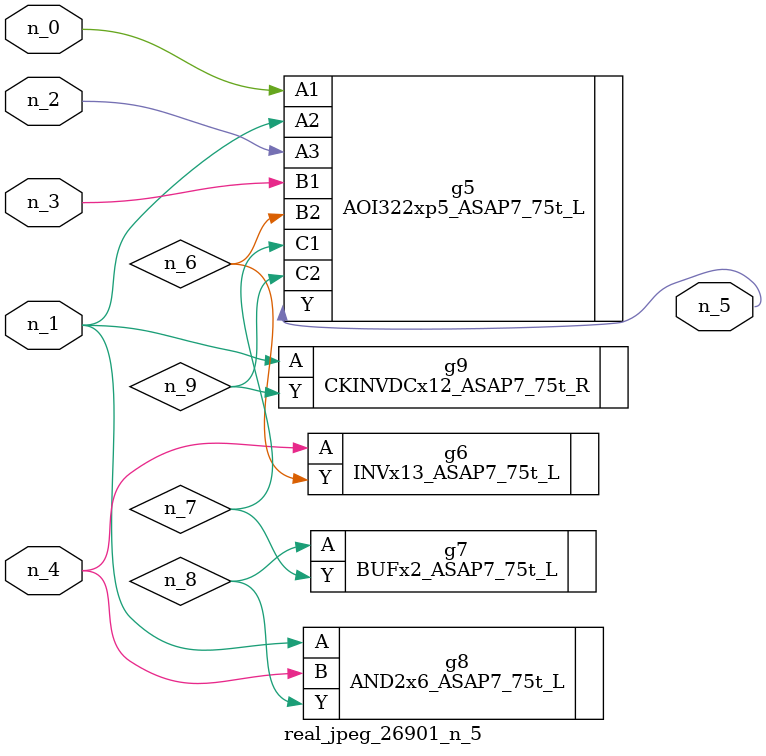
<source format=v>
module real_jpeg_26901_n_5 (n_4, n_0, n_1, n_2, n_3, n_5);

input n_4;
input n_0;
input n_1;
input n_2;
input n_3;

output n_5;

wire n_8;
wire n_6;
wire n_7;
wire n_9;

AOI322xp5_ASAP7_75t_L g5 ( 
.A1(n_0),
.A2(n_1),
.A3(n_2),
.B1(n_3),
.B2(n_6),
.C1(n_7),
.C2(n_9),
.Y(n_5)
);

AND2x6_ASAP7_75t_L g8 ( 
.A(n_1),
.B(n_4),
.Y(n_8)
);

CKINVDCx12_ASAP7_75t_R g9 ( 
.A(n_1),
.Y(n_9)
);

INVx13_ASAP7_75t_L g6 ( 
.A(n_4),
.Y(n_6)
);

BUFx2_ASAP7_75t_L g7 ( 
.A(n_8),
.Y(n_7)
);


endmodule
</source>
